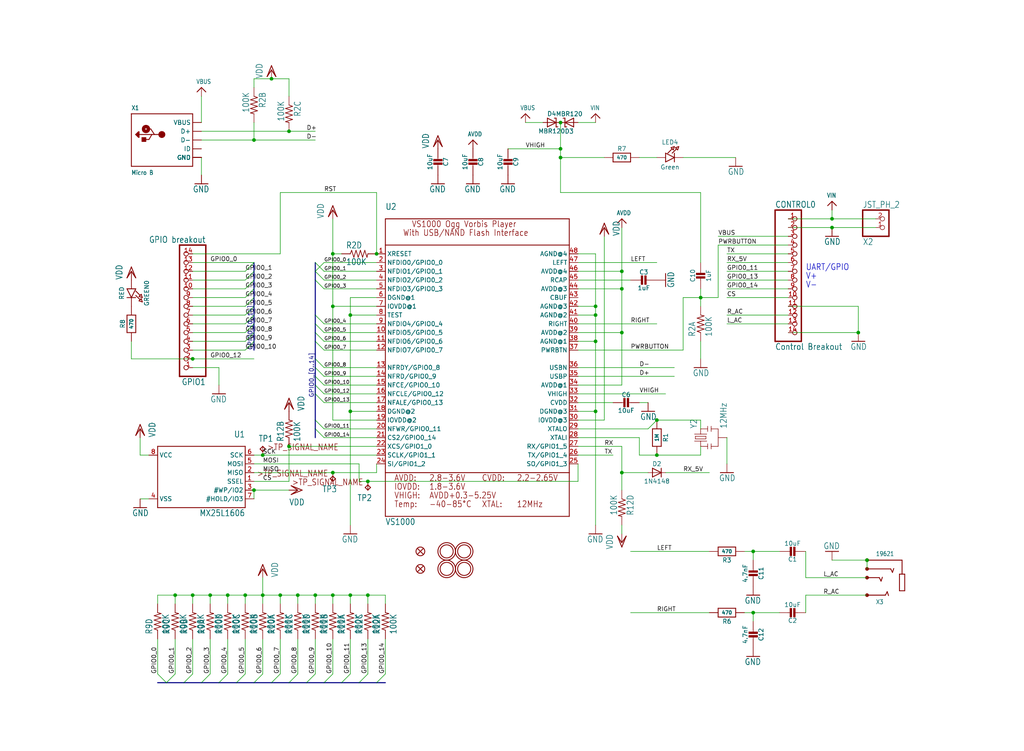
<source format=kicad_sch>
(kicad_sch (version 20211123) (generator eeschema)
  (paper "User" 297.002 217.932)
  (junction (at 172.72 88.9))
  (junction (at 101.6 91.44))
  (junction (at 96.52 172.72))
  (junction (at 81.28 172.72))
  (junction (at 190.5 121.92))
  (junction (at 86.36 172.72))
  (junction (at 91.44 172.72))
  (junction (at 55.88 172.72))
  (junction (at 76.2 132.08))
  (junction (at 180.34 83.82))
  (junction (at 218.44 160.02))
  (junction (at 162.56 35.56))
  (junction (at 96.52 137.16))
  (junction (at 241.3 63.5))
  (junction (at 172.72 119.38))
  (junction (at 162.56 43.18))
  (junction (at 101.6 119.38))
  (junction (at 106.68 172.72))
  (junction (at 71.12 172.72))
  (junction (at 172.72 99.06))
  (junction (at 203.2 86.36))
  (junction (at 190.5 132.08))
  (junction (at 248.92 96.52))
  (junction (at 60.96 172.72))
  (junction (at 218.44 177.8))
  (junction (at 96.52 73.66))
  (junction (at 251.46 162.56))
  (junction (at 73.66 142.24))
  (junction (at 162.56 45.72))
  (junction (at 83.82 38.1))
  (junction (at 241.3 66.04))
  (junction (at 96.52 88.9))
  (junction (at 73.66 40.64))
  (junction (at 101.6 172.72))
  (junction (at 180.34 78.74))
  (junction (at 106.68 139.7))
  (junction (at 109.22 73.66))
  (junction (at 66.04 172.72))
  (junction (at 76.2 172.72))
  (junction (at 172.72 91.44))
  (junction (at 55.88 104.14))
  (junction (at 180.34 137.16))
  (junction (at 83.82 129.54))
  (junction (at 78.74 22.86))
  (junction (at 50.8 172.72))
  (junction (at 180.34 96.52))
  (bus_entry (at 86.36 195.58) (size -2.54 2.54))
  (bus_entry (at 93.98 99.06) (size -2.54 -2.54))
  (bus_entry (at 93.98 124.46) (size -2.54 -2.54))
  (bus_entry (at 93.98 111.76) (size -2.54 -2.54))
  (bus_entry (at 81.28 195.58) (size -2.54 2.54))
  (bus_entry (at 71.12 88.9) (size 2.54 -2.54))
  (bus_entry (at 93.98 101.6) (size -2.54 -2.54))
  (bus_entry (at 60.96 195.58) (size -2.54 2.54))
  (bus_entry (at 71.12 83.82) (size 2.54 -2.54))
  (bus_entry (at 93.98 83.82) (size -2.54 -2.54))
  (bus_entry (at 93.98 81.28) (size -2.54 -2.54))
  (bus_entry (at 93.98 96.52) (size -2.54 -2.54))
  (bus_entry (at 93.98 76.2) (size -2.54 2.54))
  (bus_entry (at 45.72 195.58) (size 2.54 2.54))
  (bus_entry (at 93.98 116.84) (size -2.54 -2.54))
  (bus_entry (at 50.8 195.58) (size -2.54 2.54))
  (bus_entry (at 106.68 195.58) (size -2.54 2.54))
  (bus_entry (at 71.12 99.06) (size 2.54 -2.54))
  (bus_entry (at 91.44 195.58) (size -2.54 2.54))
  (bus_entry (at 93.98 93.98) (size -2.54 -2.54))
  (bus_entry (at 71.12 91.44) (size 2.54 -2.54))
  (bus_entry (at 71.12 81.28) (size 2.54 -2.54))
  (bus_entry (at 76.2 195.58) (size -2.54 2.54))
  (bus_entry (at 71.12 93.98) (size 2.54 -2.54))
  (bus_entry (at 93.98 127) (size -2.54 -2.54))
  (bus_entry (at 93.98 114.3) (size -2.54 -2.54))
  (bus_entry (at 71.12 96.52) (size 2.54 -2.54))
  (bus_entry (at 71.12 78.74) (size 2.54 -2.54))
  (bus_entry (at 71.12 101.6) (size 2.54 -2.54))
  (bus_entry (at 55.88 195.58) (size -2.54 2.54))
  (bus_entry (at 93.98 78.74) (size -2.54 -2.54))
  (bus_entry (at 93.98 109.22) (size -2.54 -2.54))
  (bus_entry (at 96.52 195.58) (size -2.54 2.54))
  (bus_entry (at 93.98 106.68) (size -2.54 -2.54))
  (bus_entry (at 71.12 86.36) (size 2.54 -2.54))
  (bus_entry (at 71.12 195.58) (size -2.54 2.54))
  (bus_entry (at 101.6 195.58) (size -2.54 2.54))
  (bus_entry (at 111.76 195.58) (size -2.54 2.54))
  (bus_entry (at 66.04 195.58) (size -2.54 2.54))
  (wire (pts (xy 96.52 175.26) (xy 96.52 172.72)))
  (bus (pts (xy 104.14 198.12) (xy 109.22 198.12)))
  (wire (pts (xy 248.92 88.9) (xy 248.92 96.52)))
  (wire (pts (xy 254 66.04) (xy 241.3 66.04)))
  (wire (pts (xy 81.28 175.26) (xy 81.28 172.72)))
  (wire (pts (xy 162.56 43.18) (xy 162.56 45.72)))
  (wire (pts (xy 167.64 121.92) (xy 175.26 121.92)))
  (wire (pts (xy 109.22 127) (xy 93.98 127)))
  (bus (pts (xy 91.44 91.44) (xy 91.44 93.98)))
  (wire (pts (xy 86.36 172.72) (xy 91.44 172.72)))
  (bus (pts (xy 73.66 91.44) (xy 73.66 93.98)))
  (wire (pts (xy 109.22 132.08) (xy 76.2 132.08)))
  (wire (pts (xy 175.26 45.72) (xy 162.56 45.72)))
  (wire (pts (xy 109.22 78.74) (xy 93.98 78.74)))
  (bus (pts (xy 73.66 96.52) (xy 73.66 99.06)))
  (wire (pts (xy 76.2 175.26) (xy 76.2 172.72)))
  (wire (pts (xy 167.64 96.52) (xy 180.34 96.52)))
  (wire (pts (xy 167.64 35.56) (xy 172.72 35.56)))
  (wire (pts (xy 167.64 78.74) (xy 180.34 78.74)))
  (wire (pts (xy 45.72 195.58) (xy 45.72 185.42)))
  (wire (pts (xy 172.72 73.66) (xy 172.72 88.9)))
  (bus (pts (xy 53.34 198.12) (xy 58.42 198.12)))
  (bus (pts (xy 91.44 124.46) (xy 91.44 127)))
  (wire (pts (xy 228.6 73.66) (xy 210.82 73.66)))
  (wire (pts (xy 167.64 101.6) (xy 198.12 101.6)))
  (wire (pts (xy 109.22 96.52) (xy 93.98 96.52)))
  (wire (pts (xy 109.22 81.28) (xy 93.98 81.28)))
  (wire (pts (xy 55.88 86.36) (xy 71.12 86.36)))
  (wire (pts (xy 83.82 22.86) (xy 83.82 27.94)))
  (wire (pts (xy 111.76 172.72) (xy 111.76 175.26)))
  (wire (pts (xy 152.4 35.56) (xy 157.48 35.56)))
  (wire (pts (xy 109.22 106.68) (xy 93.98 106.68)))
  (bus (pts (xy 91.44 93.98) (xy 91.44 96.52)))
  (wire (pts (xy 109.22 121.92) (xy 96.52 121.92)))
  (wire (pts (xy 45.72 175.26) (xy 45.72 172.72)))
  (wire (pts (xy 193.04 137.16) (xy 205.74 137.16)))
  (wire (pts (xy 218.44 160.02) (xy 218.44 162.56)))
  (wire (pts (xy 55.88 91.44) (xy 71.12 91.44)))
  (wire (pts (xy 167.64 83.82) (xy 180.34 83.82)))
  (wire (pts (xy 104.14 139.7) (xy 106.68 139.7)))
  (wire (pts (xy 167.64 111.76) (xy 180.34 111.76)))
  (wire (pts (xy 228.6 93.98) (xy 210.82 93.98)))
  (wire (pts (xy 106.68 139.7) (xy 167.64 139.7)))
  (wire (pts (xy 83.82 38.1) (xy 91.44 38.1)))
  (wire (pts (xy 55.88 83.82) (xy 71.12 83.82)))
  (wire (pts (xy 185.42 45.72) (xy 190.5 45.72)))
  (bus (pts (xy 93.98 198.12) (xy 99.06 198.12)))
  (bus (pts (xy 78.74 198.12) (xy 83.82 198.12)))
  (wire (pts (xy 66.04 172.72) (xy 71.12 172.72)))
  (wire (pts (xy 76.2 132.08) (xy 73.66 132.08)))
  (wire (pts (xy 91.44 185.42) (xy 91.44 195.58)))
  (wire (pts (xy 55.88 78.74) (xy 71.12 78.74)))
  (wire (pts (xy 228.6 68.58) (xy 208.28 68.58)))
  (wire (pts (xy 109.22 55.88) (xy 109.22 73.66)))
  (wire (pts (xy 109.22 109.22) (xy 93.98 109.22)))
  (wire (pts (xy 55.88 76.2) (xy 73.66 76.2)))
  (wire (pts (xy 73.66 134.62) (xy 104.14 134.62)))
  (wire (pts (xy 218.44 177.8) (xy 218.44 180.34)))
  (wire (pts (xy 180.34 83.82) (xy 180.34 78.74)))
  (wire (pts (xy 203.2 86.36) (xy 208.28 86.36)))
  (wire (pts (xy 81.28 73.66) (xy 81.28 55.88)))
  (wire (pts (xy 180.34 137.16) (xy 180.34 142.24)))
  (wire (pts (xy 147.32 43.18) (xy 162.56 43.18)))
  (wire (pts (xy 162.56 43.18) (xy 162.56 35.56)))
  (wire (pts (xy 241.3 63.5) (xy 254 63.5)))
  (wire (pts (xy 175.26 121.92) (xy 175.26 68.58)))
  (bus (pts (xy 91.44 104.14) (xy 91.44 106.68)))
  (wire (pts (xy 58.42 38.1) (xy 83.82 38.1)))
  (bus (pts (xy 68.58 198.12) (xy 73.66 198.12)))
  (wire (pts (xy 208.28 86.36) (xy 208.28 71.12)))
  (bus (pts (xy 58.42 198.12) (xy 63.5 198.12)))
  (bus (pts (xy 91.44 109.22) (xy 91.44 111.76)))
  (wire (pts (xy 96.52 137.16) (xy 109.22 137.16)))
  (wire (pts (xy 83.82 129.54) (xy 83.82 139.7)))
  (wire (pts (xy 73.66 22.86) (xy 78.74 22.86)))
  (wire (pts (xy 81.28 195.58) (xy 81.28 185.42)))
  (wire (pts (xy 99.06 73.66) (xy 96.52 73.66)))
  (wire (pts (xy 109.22 83.82) (xy 93.98 83.82)))
  (wire (pts (xy 101.6 172.72) (xy 106.68 172.72)))
  (wire (pts (xy 73.66 142.24) (xy 83.82 142.24)))
  (wire (pts (xy 203.2 55.88) (xy 203.2 76.2)))
  (bus (pts (xy 91.44 96.52) (xy 91.44 99.06)))
  (wire (pts (xy 55.88 101.6) (xy 71.12 101.6)))
  (wire (pts (xy 50.8 175.26) (xy 50.8 172.72)))
  (wire (pts (xy 58.42 50.8) (xy 58.42 45.72)))
  (wire (pts (xy 106.68 195.58) (xy 106.68 185.42)))
  (wire (pts (xy 180.34 78.74) (xy 180.34 66.04)))
  (wire (pts (xy 50.8 172.72) (xy 55.88 172.72)))
  (wire (pts (xy 109.22 129.54) (xy 83.82 129.54)))
  (wire (pts (xy 109.22 137.16) (xy 109.22 134.62)))
  (wire (pts (xy 172.72 91.44) (xy 172.72 99.06)))
  (wire (pts (xy 66.04 175.26) (xy 66.04 172.72)))
  (bus (pts (xy 109.22 198.12) (xy 111.76 198.12)))
  (wire (pts (xy 58.42 27.94) (xy 58.42 35.56)))
  (wire (pts (xy 187.96 137.16) (xy 180.34 137.16)))
  (wire (pts (xy 167.64 109.22) (xy 195.58 109.22)))
  (wire (pts (xy 109.22 86.36) (xy 101.6 86.36)))
  (wire (pts (xy 233.68 172.72) (xy 251.46 172.72)))
  (wire (pts (xy 40.64 132.08) (xy 43.18 132.08)))
  (wire (pts (xy 38.1 99.06) (xy 38.1 104.14)))
  (wire (pts (xy 182.88 177.8) (xy 205.74 177.8)))
  (wire (pts (xy 228.6 81.28) (xy 210.82 81.28)))
  (wire (pts (xy 210.82 83.82) (xy 228.6 83.82)))
  (wire (pts (xy 228.6 63.5) (xy 241.3 63.5)))
  (wire (pts (xy 55.88 104.14) (xy 73.66 104.14)))
  (wire (pts (xy 210.82 127) (xy 210.82 134.62)))
  (wire (pts (xy 180.34 111.76) (xy 180.34 96.52)))
  (bus (pts (xy 91.44 76.2) (xy 91.44 78.74)))
  (wire (pts (xy 40.64 144.78) (xy 43.18 144.78)))
  (wire (pts (xy 182.88 160.02) (xy 205.74 160.02)))
  (wire (pts (xy 198.12 45.72) (xy 213.36 45.72)))
  (bus (pts (xy 73.66 76.2) (xy 73.66 78.74)))
  (wire (pts (xy 76.2 195.58) (xy 76.2 185.42)))
  (wire (pts (xy 106.68 175.26) (xy 106.68 172.72)))
  (wire (pts (xy 228.6 86.36) (xy 210.82 86.36)))
  (bus (pts (xy 73.66 81.28) (xy 73.66 83.82)))
  (wire (pts (xy 55.88 175.26) (xy 55.88 172.72)))
  (wire (pts (xy 251.46 165.1) (xy 251.46 162.56)))
  (wire (pts (xy 55.88 106.68) (xy 63.5 106.68)))
  (wire (pts (xy 172.72 99.06) (xy 172.72 119.38)))
  (wire (pts (xy 215.9 160.02) (xy 218.44 160.02)))
  (wire (pts (xy 172.72 88.9) (xy 167.64 88.9)))
  (wire (pts (xy 228.6 88.9) (xy 248.92 88.9)))
  (wire (pts (xy 81.28 55.88) (xy 109.22 55.88)))
  (wire (pts (xy 210.82 78.74) (xy 228.6 78.74)))
  (wire (pts (xy 38.1 104.14) (xy 55.88 104.14)))
  (wire (pts (xy 111.76 195.58) (xy 111.76 185.42)))
  (bus (pts (xy 91.44 99.06) (xy 91.44 104.14)))
  (wire (pts (xy 233.68 177.8) (xy 233.68 172.72)))
  (wire (pts (xy 180.34 152.4) (xy 180.34 154.94)))
  (wire (pts (xy 55.88 99.06) (xy 71.12 99.06)))
  (wire (pts (xy 109.22 93.98) (xy 93.98 93.98)))
  (wire (pts (xy 55.88 88.9) (xy 71.12 88.9)))
  (wire (pts (xy 198.12 101.6) (xy 198.12 86.36)))
  (wire (pts (xy 167.64 124.46) (xy 187.96 124.46)))
  (wire (pts (xy 71.12 175.26) (xy 71.12 172.72)))
  (wire (pts (xy 172.72 88.9) (xy 172.72 91.44)))
  (bus (pts (xy 91.44 78.74) (xy 91.44 81.28)))
  (wire (pts (xy 233.68 160.02) (xy 233.68 167.64)))
  (wire (pts (xy 109.22 124.46) (xy 93.98 124.46)))
  (wire (pts (xy 71.12 172.72) (xy 76.2 172.72)))
  (wire (pts (xy 167.64 114.3) (xy 193.04 114.3)))
  (wire (pts (xy 208.28 71.12) (xy 228.6 71.12)))
  (bus (pts (xy 73.66 83.82) (xy 73.66 86.36)))
  (wire (pts (xy 83.82 139.7) (xy 73.66 139.7)))
  (wire (pts (xy 251.46 167.64) (xy 233.68 167.64)))
  (wire (pts (xy 241.3 63.5) (xy 241.3 60.96)))
  (wire (pts (xy 167.64 73.66) (xy 172.72 73.66)))
  (wire (pts (xy 60.96 175.26) (xy 60.96 172.72)))
  (bus (pts (xy 73.66 78.74) (xy 73.66 81.28)))
  (wire (pts (xy 40.64 127) (xy 40.64 132.08)))
  (wire (pts (xy 55.88 195.58) (xy 55.88 185.42)))
  (wire (pts (xy 215.9 177.8) (xy 218.44 177.8)))
  (wire (pts (xy 45.72 172.72) (xy 50.8 172.72)))
  (wire (pts (xy 55.88 81.28) (xy 71.12 81.28)))
  (wire (pts (xy 167.64 93.98) (xy 190.5 93.98)))
  (wire (pts (xy 167.64 116.84) (xy 177.8 116.84)))
  (wire (pts (xy 203.2 104.14) (xy 203.2 99.06)))
  (bus (pts (xy 83.82 198.12) (xy 88.9 198.12)))
  (bus (pts (xy 45.72 198.12) (xy 48.26 198.12)))
  (wire (pts (xy 167.64 76.2) (xy 190.5 76.2)))
  (wire (pts (xy 167.64 91.44) (xy 172.72 91.44)))
  (bus (pts (xy 88.9 198.12) (xy 93.98 198.12)))
  (wire (pts (xy 109.22 88.9) (xy 96.52 88.9)))
  (bus (pts (xy 91.44 111.76) (xy 91.44 114.3)))
  (wire (pts (xy 185.42 116.84) (xy 187.96 116.84)))
  (wire (pts (xy 190.5 132.08) (xy 185.42 132.08)))
  (wire (pts (xy 228.6 76.2) (xy 210.82 76.2)))
  (bus (pts (xy 48.26 198.12) (xy 53.34 198.12)))
  (wire (pts (xy 203.2 132.08) (xy 190.5 132.08)))
  (wire (pts (xy 162.56 55.88) (xy 203.2 55.88)))
  (wire (pts (xy 73.66 25.4) (xy 73.66 22.86)))
  (wire (pts (xy 66.04 195.58) (xy 66.04 185.42)))
  (wire (pts (xy 76.2 167.64) (xy 76.2 172.72)))
  (wire (pts (xy 86.36 175.26) (xy 86.36 172.72)))
  (wire (pts (xy 91.44 40.64) (xy 73.66 40.64)))
  (wire (pts (xy 76.2 172.72) (xy 81.28 172.72)))
  (wire (pts (xy 172.72 119.38) (xy 172.72 152.4)))
  (wire (pts (xy 167.64 139.7) (xy 167.64 134.62)))
  (wire (pts (xy 73.66 142.24) (xy 73.66 144.78)))
  (wire (pts (xy 180.34 96.52) (xy 180.34 83.82)))
  (bus (pts (xy 91.44 121.92) (xy 91.44 124.46)))
  (wire (pts (xy 63.5 106.68) (xy 63.5 111.76)))
  (wire (pts (xy 78.74 22.86) (xy 83.82 22.86)))
  (wire (pts (xy 81.28 172.72) (xy 86.36 172.72)))
  (wire (pts (xy 109.22 91.44) (xy 101.6 91.44)))
  (wire (pts (xy 251.46 162.56) (xy 241.3 162.56)))
  (wire (pts (xy 241.3 66.04) (xy 228.6 66.04)))
  (wire (pts (xy 109.22 116.84) (xy 93.98 116.84)))
  (bus (pts (xy 99.06 198.12) (xy 104.14 198.12)))
  (wire (pts (xy 101.6 91.44) (xy 101.6 119.38)))
  (wire (pts (xy 109.22 119.38) (xy 101.6 119.38)))
  (wire (pts (xy 55.88 73.66) (xy 81.28 73.66)))
  (wire (pts (xy 60.96 172.72) (xy 66.04 172.72)))
  (wire (pts (xy 203.2 121.92) (xy 203.2 124.46)))
  (wire (pts (xy 96.52 121.92) (xy 96.52 88.9)))
  (wire (pts (xy 203.2 129.54) (xy 203.2 132.08)))
  (wire (pts (xy 248.92 96.52) (xy 228.6 96.52)))
  (bus (pts (xy 91.44 106.68) (xy 91.44 109.22)))
  (wire (pts (xy 109.22 111.76) (xy 93.98 111.76)))
  (wire (pts (xy 185.42 132.08) (xy 185.42 127)))
  (wire (pts (xy 71.12 195.58) (xy 71.12 185.42)))
  (wire (pts (xy 101.6 86.36) (xy 101.6 91.44)))
  (wire (pts (xy 187.96 124.46) (xy 190.5 121.92)))
  (wire (pts (xy 55.88 96.52) (xy 71.12 96.52)))
  (wire (pts (xy 91.44 172.72) (xy 96.52 172.72)))
  (wire (pts (xy 96.52 185.42) (xy 96.52 195.58)))
  (wire (pts (xy 167.64 119.38) (xy 172.72 119.38)))
  (bus (pts (xy 73.66 99.06) (xy 73.66 101.6)))
  (wire (pts (xy 73.66 137.16) (xy 96.52 137.16)))
  (wire (pts (xy 96.52 88.9) (xy 96.52 73.66)))
  (wire (pts (xy 167.64 99.06) (xy 172.72 99.06)))
  (wire (pts (xy 109.22 101.6) (xy 93.98 101.6)))
  (bus (pts (xy 73.66 198.12) (xy 78.74 198.12)))
  (wire (pts (xy 109.22 76.2) (xy 93.98 76.2)))
  (wire (pts (xy 185.42 127) (xy 167.64 127)))
  (wire (pts (xy 109.22 99.06) (xy 93.98 99.06)))
  (wire (pts (xy 228.6 91.44) (xy 210.82 91.44)))
  (wire (pts (xy 167.64 129.54) (xy 180.34 129.54)))
  (wire (pts (xy 218.44 177.8) (xy 226.06 177.8)))
  (wire (pts (xy 96.52 172.72) (xy 101.6 172.72)))
  (wire (pts (xy 198.12 86.36) (xy 203.2 86.36)))
  (wire (pts (xy 101.6 119.38) (xy 101.6 152.4)))
  (wire (pts (xy 101.6 185.42) (xy 101.6 195.58)))
  (wire (pts (xy 203.2 83.82) (xy 203.2 86.36)))
  (bus (pts (xy 73.66 93.98) (xy 73.66 96.52)))
  (wire (pts (xy 91.44 175.26) (xy 91.44 172.72)))
  (bus (pts (xy 91.44 114.3) (xy 91.44 121.92)))
  (wire (pts (xy 55.88 172.72) (xy 60.96 172.72)))
  (wire (pts (xy 162.56 45.72) (xy 162.56 55.88)))
  (bus (pts (xy 91.44 81.28) (xy 91.44 91.44)))
  (wire (pts (xy 104.14 134.62) (xy 104.14 139.7)))
  (wire (pts (xy 106.68 172.72) (xy 111.76 172.72)))
  (bus (pts (xy 73.66 86.36) (xy 73.66 88.9)))
  (wire (pts (xy 96.52 73.66) (xy 96.52 63.5)))
  (wire (pts (xy 86.36 185.42) (xy 86.36 195.58)))
  (wire (pts (xy 167.64 81.28) (xy 182.88 81.28)))
  (wire (pts (xy 101.6 175.26) (xy 101.6 172.72)))
  (wire (pts (xy 167.64 132.08) (xy 177.8 132.08)))
  (wire (pts (xy 50.8 195.58) (xy 50.8 185.42)))
  (wire (pts (xy 203.2 86.36) (xy 203.2 88.9)))
  (wire (pts (xy 180.34 129.54) (xy 180.34 137.16)))
  (wire (pts (xy 167.64 106.68) (xy 195.58 106.68)))
  (bus (pts (xy 63.5 198.12) (xy 68.58 198.12)))
  (bus (pts (xy 73.66 88.9) (xy 73.66 91.44)))
  (wire (pts (xy 55.88 93.98) (xy 71.12 93.98)))
  (wire (pts (xy 218.44 160.02) (xy 226.06 160.02)))
  (wire (pts (xy 109.22 114.3) (xy 93.98 114.3)))
  (wire (pts (xy 73.66 35.56) (xy 73.66 40.64)))
  (wire (pts (xy 73.66 40.64) (xy 58.42 40.64)))
  (wire (pts (xy 60.96 195.58) (xy 60.96 185.42)))
  (wire (pts (xy 190.5 121.92) (xy 203.2 121.92)))
  (text "UART/GPIO" (at 233.68 78.74 180) (effects (font (size 1.778 1.5113)) (justify left bottom)))
  (text "V-" (at 233.68 83.82 180) (effects (font (size 1.778 1.5113)) (justify left bottom)))
  (text "V+" (at 233.68 81.28 180) (effects (font (size 1.778 1.5113)) (justify left bottom)))
  (label "GPIO0_0" (at 45.72 195.58 90) (effects (font (size 1.2446 1.2446))))
  (label "RX_5V" (at 210.82 76.2 0) (effects (font (size 1.2446 1.2446))))
  (label "GPIO0_9" (at 91.44 195.58 90) (effects (font (size 1.2446 1.2446))))
  (label "GPIO0_3" (at 93.98 83.82 0) (effects (font (size 1.016 1.016))))
  (label "RX_5V" (at 198.12 137.16 0) (effects (font (size 1.2446 1.2446))))
  (label "PWRBUTTON" (at 182.88 101.6 0) (effects (font (size 1.2446 1.2446))))
  (label "GPIO0_14" (at 93.98 127 0) (effects (font (size 1.016 1.016))))
  (label "GPIO0_12" (at 60.96 104.14 0) (effects (font (size 1.2446 1.2446))))
  (label "GPIO0_14" (at 210.82 83.82 0) (effects (font (size 1.2446 1.2446))))
  (label "GPIO0_4" (at 66.04 195.58 90) (effects (font (size 1.2446 1.2446))))
  (label "GPIO0_11" (at 210.82 78.74 0) (effects (font (size 1.2446 1.2446))))
  (label "GPIO0_3" (at 60.96 195.58 90) (effects (font (size 1.2446 1.2446))))
  (label "D-" (at 185.42 106.68 0) (effects (font (size 1.2446 1.2446))))
  (label "VHIGH" (at 152.4 43.18 0) (effects (font (size 1.2446 1.2446))))
  (label "VBUS" (at 208.28 68.58 0) (effects (font (size 1.2446 1.2446))))
  (label "GPIO0_8" (at 86.36 195.58 90) (effects (font (size 1.2446 1.2446))))
  (label "R_AC" (at 238.76 172.72 0) (effects (font (size 1.2446 1.2446))))
  (label "TX" (at 210.82 73.66 0) (effects (font (size 1.2446 1.2446))))
  (label "GPIO0_10" (at 93.98 111.76 0) (effects (font (size 1.016 1.016))))
  (label "GPIO0_11" (at 93.98 124.46 0) (effects (font (size 1.016 1.016))))
  (label "GPIO0_6" (at 93.98 99.06 0) (effects (font (size 1.016 1.016))))
  (label "D+" (at 88.9 38.1 0) (effects (font (size 1.2446 1.2446))))
  (label "GPIO0_1" (at 93.98 78.74 0) (effects (font (size 1.016 1.016))))
  (label "GPIO0_10" (at 96.52 195.58 90) (effects (font (size 1.2446 1.2446))))
  (label "GPIO0_8" (at 71.12 96.52 0) (effects (font (size 1.2446 1.2446))))
  (label "GPIO0_1" (at 50.8 195.58 90) (effects (font (size 1.2446 1.2446))))
  (label "PWRBUTTON" (at 208.28 71.12 0) (effects (font (size 1.2446 1.2446))))
  (label "RIGHT" (at 190.5 177.8 0) (effects (font (size 1.2446 1.2446))))
  (label "GPIO0_0" (at 93.98 76.2 0) (effects (font (size 1.016 1.016))))
  (label "L_AC" (at 210.82 93.98 0) (effects (font (size 1.2446 1.2446))))
  (label "GPIO0_2" (at 55.88 195.58 90) (effects (font (size 1.2446 1.2446))))
  (label "GPIO0_6" (at 71.12 91.44 0) (effects (font (size 1.2446 1.2446))))
  (label "GPIO0_11" (at 101.6 195.58 90) (effects (font (size 1.2446 1.2446))))
  (label "GPIO0_4" (at 71.12 86.36 0) (effects (font (size 1.2446 1.2446))))
  (label "GPIO0_10" (at 71.12 101.6 0) (effects (font (size 1.2446 1.2446))))
  (label "GPIO0_0" (at 60.96 76.2 0) (effects (font (size 1.2446 1.2446))))
  (label "GPIO0_5" (at 71.12 195.58 90) (effects (font (size 1.2446 1.2446))))
  (label "GPIO0_14" (at 111.76 195.58 90) (effects (font (size 1.2446 1.2446))))
  (label "GPIO0_7" (at 71.12 93.98 0) (effects (font (size 1.2446 1.2446))))
  (label "GPIO0_12" (at 93.98 114.3 0) (effects (font (size 1.016 1.016))))
  (label "GPIO0_6" (at 76.2 195.58 90) (effects (font (size 1.2446 1.2446))))
  (label "SCK" (at 76.2 132.08 0) (effects (font (size 1.2446 1.2446))))
  (label "GPIO0_9" (at 93.98 109.22 0) (effects (font (size 1.016 1.016))))
  (label "RIGHT" (at 182.88 93.98 0) (effects (font (size 1.2446 1.2446))))
  (label "GPIO0_13" (at 93.98 116.84 0) (effects (font (size 1.016 1.016))))
  (label "GPIO0_3" (at 71.12 83.82 0) (effects (font (size 1.2446 1.2446))))
  (label "GPIO0_2" (at 71.12 81.28 0) (effects (font (size 1.2446 1.2446))))
  (label "TX" (at 175.26 132.08 0) (effects (font (size 1.2446 1.2446))))
  (label "GPIO0_1" (at 71.12 78.74 0) (effects (font (size 1.2446 1.2446))))
  (label "LEFT" (at 182.88 76.2 0) (effects (font (size 1.2446 1.2446))))
  (label "GPIO0_7" (at 93.98 101.6 0) (effects (font (size 1.016 1.016))))
  (label "GPIO0_[0..14]" (at 91.44 102.235 270) (effects (font (size 1.2446 1.2446))))
  (label "GPIO0_13" (at 106.68 195.58 90) (effects (font (size 1.2446 1.2446))))
  (label "L_AC" (at 238.76 167.64 0) (effects (font (size 1.2446 1.2446))))
  (label "GPIO0_9" (at 71.12 99.06 0) (effects (font (size 1.2446 1.2446))))
  (label "RX" (at 175.26 129.54 0) (effects (font (size 1.2446 1.2446))))
  (label "GPIO0_13" (at 210.82 81.28 0) (effects (font (size 1.2446 1.2446))))
  (label "LEFT" (at 190.5 160.02 0) (effects (font (size 1.2446 1.2446))))
  (label "GPIO0_4" (at 93.98 93.98 0) (effects (font (size 1.016 1.016))))
  (label "GPIO0_2" (at 93.98 81.28 0) (effects (font (size 1.016 1.016))))
  (label "RST" (at 93.98 55.88 0) (effects (font (size 1.2446 1.2446))))
  (label "GPIO0_5" (at 71.12 88.9 0) (effects (font (size 1.2446 1.2446))))
  (label "D-" (at 88.9 40.64 0) (effects (font (size 1.2446 1.2446))))
  (label "R_AC" (at 210.82 91.44 0) (effects (font (size 1.2446 1.2446))))
  (label "MOSI" (at 76.2 134.62 0) (effects (font (size 1.2446 1.2446))))
  (label "GPIO0_7" (at 81.28 195.58 90) (effects (font (size 1.2446 1.2446))))
  (label "D+" (at 185.42 109.22 0) (effects (font (size 1.2446 1.2446))))
  (label "CS" (at 210.82 86.36 0) (effects (font (size 1.2446 1.2446))))
  (label "GPIO0_[0..14]" (at 73.66 101.6 90) (effects (font (size 1.2446 1.2446))))
  (label "MISO" (at 76.2 137.16 0) (effects (font (size 1.2446 1.2446))))
  (label "VHIGH" (at 185.42 114.3 0) (effects (font (size 1.2446 1.2446))))
  (label "GPIO0_5" (at 93.98 96.52 0) (effects (font (size 1.016 1.016))))
  (label "CS" (at 76.2 139.7 0) (effects (font (size 1.2446 1.2446))))
  (label "GPIO0_8" (at 93.98 106.68 0) (effects (font (size 1.016 1.016))))
  (symbol (lib_id "schematicEagle-eagle-import:CAP_CERAMIC0805_10MGAP") (at 127 45.72 180) (unit 1)
    (property "Reference" "C7" (at 129.29 46.97 90))
    (property "Value" "10uF" (at 124.7 46.97 90))
    (property "Footprint" "schematicEagle:0805_10MGAP" (effects hide))
  )
  (symbol (lib_id "schematicEagle-eagle-import:CAP_CERAMIC0805-NOOUTLINE") (at 218.44 185.42 0) (mirror y) (unit 1)
    (property "Reference" "C12" (at 220.73 184.17 90))
    (property "Value" "4.7nF" (at 216.14 184.17 90))
    (property "Footprint" "schematicEagle:0805-NO" (effects hide))
  )
  (symbol (lib_id "schematicEagle-eagle-import:RESISTOR0805_NOOUTLINE") (at 210.82 160.02 0) (mirror x) (unit 1)
    (property "Reference" "R3" (at 210.82 162.56 0))
    (property "Value" "470" (at 210.82 160.02 0) (effects (font (size 1.016 1.016) bold)))
    (property "Footprint" "schematicEagle:0805-NO" (effects hide))
  )
  (symbol (lib_id "schematicEagle-eagle-import:RESONATORSMD") (at 203.2 127 90) (unit 1)
    (property "Reference" "Y2" (at 202.184 124.46 0) (effects (font (size 1.778 1.5113)) (justify left bottom)))
    (property "Value" "12MHz" (at 210.82 124.46 0) (effects (font (size 1.778 1.5113)) (justify left bottom)))
    (property "Footprint" "schematicEagle:RESONATOR-SMD" (effects hide))
  )
  (symbol (lib_id "schematicEagle-eagle-import:VDD") (at 83.82 116.84 0) (mirror y) (unit 1)
    (property "Reference" "#VDD4" (effects hide))
    (property "Value" "VDD" (at 86.36 119.38 90) (effects (font (size 1.778 1.5113)) (justify left bottom)))
    (property "Footprint" "schematicEagle:" (effects hide))
  )
  (symbol (lib_id "schematicEagle-eagle-import:FIDUCIAL{dblquote}{dblquote}") (at 121.92 160.02 0) (unit 1)
    (property "Reference" "FID2" (effects hide))
    (property "Value" "FIDUCIAL{dblquote}{dblquote}" (effects hide))
    (property "Footprint" "schematicEagle:FIDUCIAL_1MM" (effects hide))
  )
  (symbol (lib_id "schematicEagle-eagle-import:DIODE-SCHOTTKYSOD-123") (at 165.1 35.56 180) (unit 1)
    (property "Reference" "D3" (at 165.1 38.1 0))
    (property "Value" "MBR120" (at 165.1 33.06 0))
    (property "Footprint" "schematicEagle:SOD-123" (effects hide))
  )
  (symbol (lib_id "schematicEagle-eagle-import:VDD") (at 78.74 20.32 0) (unit 1)
    (property "Reference" "#VDD7" (effects hide))
    (property "Value" "VDD" (at 76.2 22.86 90) (effects (font (size 1.778 1.5113)) (justify left bottom)))
    (property "Footprint" "schematicEagle:" (effects hide))
  )
  (symbol (lib_id "schematicEagle-eagle-import:VS1000") (at 139.7 104.14 0) (unit 1)
    (property "Reference" "U2" (at 111.76 60.96 0) (effects (font (size 1.778 1.5113)) (justify left bottom)))
    (property "Value" "VS1000" (at 111.76 152.4 0) (effects (font (size 1.778 1.5113)) (justify left bottom)))
    (property "Footprint" "schematicEagle:LQFP48" (effects hide))
  )
  (symbol (lib_id "schematicEagle-eagle-import:GND") (at 147.32 53.34 0) (unit 1)
    (property "Reference" "#GND10" (effects hide))
    (property "Value" "GND" (at 144.78 55.88 0) (effects (font (size 1.778 1.5113)) (justify left bottom)))
    (property "Footprint" "schematicEagle:" (effects hide))
  )
  (symbol (lib_id "schematicEagle-eagle-import:RESISTOR_4PACK_US") (at 91.44 180.34 90) (unit 4)
    (property "Reference" "R11" (at 89.9414 184.15 0) (effects (font (size 1.778 1.5113)) (justify left bottom)))
    (property "Value" "100K" (at 94.742 184.15 0) (effects (font (size 1.778 1.5113)) (justify left bottom)))
    (property "Footprint" "schematicEagle:RESPACK_4X0603" (effects hide))
  )
  (symbol (lib_id "schematicEagle-eagle-import:CAP_CERAMIC0805-NOOUTLINE") (at 228.6 160.02 270) (mirror x) (unit 1)
    (property "Reference" "C1" (at 229.85 162.31 90))
    (property "Value" "10uF" (at 229.85 157.72 90))
    (property "Footprint" "schematicEagle:0805-NO" (effects hide))
  )
  (symbol (lib_id "schematicEagle-eagle-import:RESISTOR_4PACK_US") (at 106.68 180.34 90) (unit 3)
    (property "Reference" "R12" (at 105.1814 184.15 0) (effects (font (size 1.778 1.5113)) (justify left bottom)))
    (property "Value" "100K" (at 109.982 184.15 0) (effects (font (size 1.778 1.5113)) (justify left bottom)))
    (property "Footprint" "schematicEagle:RESPACK_4X0603" (effects hide))
  )
  (symbol (lib_id "schematicEagle-eagle-import:GND") (at 203.2 106.68 0) (mirror y) (unit 1)
    (property "Reference" "#GND15" (effects hide))
    (property "Value" "GND" (at 205.74 109.22 0) (effects (font (size 1.778 1.5113)) (justify left bottom)))
    (property "Footprint" "schematicEagle:" (effects hide))
  )
  (symbol (lib_id "schematicEagle-eagle-import:RESISTOR_4PACK_US") (at 50.8 180.34 90) (unit 3)
    (property "Reference" "R9" (at 49.3014 184.15 0) (effects (font (size 1.778 1.5113)) (justify left bottom)))
    (property "Value" "100K" (at 54.102 184.15 0) (effects (font (size 1.778 1.5113)) (justify left bottom)))
    (property "Footprint" "schematicEagle:RESPACK_4X0603" (effects hide))
  )
  (symbol (lib_id "schematicEagle-eagle-import:VIN") (at 172.72 33.02 0) (unit 1)
    (property "Reference" "#U$2" (effects hide))
    (property "Value" "VIN" (at 171.196 32.004 0) (effects (font (size 1.27 1.0795)) (justify left bottom)))
    (property "Footprint" "schematicEagle:" (effects hide))
  )
  (symbol (lib_id "schematicEagle-eagle-import:GND") (at 213.36 48.26 0) (mirror y) (unit 1)
    (property "Reference" "#GND18" (effects hide))
    (property "Value" "GND" (at 215.9 50.8 0) (effects (font (size 1.778 1.5113)) (justify left bottom)))
    (property "Footprint" "schematicEagle:" (effects hide))
  )
  (symbol (lib_id "schematicEagle-eagle-import:LED0805_NOOUTLINE") (at 38.1 86.36 270) (unit 1)
    (property "Reference" "GREEN0" (at 42.545 85.09 0))
    (property "Value" "RED" (at 35.306 85.09 0))
    (property "Footprint" "schematicEagle:CHIPLED_0805_NOOUTLINE" (effects hide))
  )
  (symbol (lib_id "schematicEagle-eagle-import:CON_JST_PH_2PIN") (at 256.54 63.5 0) (mirror x) (unit 1)
    (property "Reference" "X2" (at 250.19 69.215 0) (effects (font (size 1.778 1.5113)) (justify left bottom)))
    (property "Value" "JST_PH_2" (at 250.19 58.42 0) (effects (font (size 1.778 1.5113)) (justify left bottom)))
    (property "Footprint" "schematicEagle:JSTPH2" (effects hide))
  )
  (symbol (lib_id "schematicEagle-eagle-import:LED0805_NOOUTLINE") (at 195.58 45.72 0) (unit 1)
    (property "Reference" "LED4" (at 194.31 41.275 0))
    (property "Value" "Green" (at 194.31 48.514 0))
    (property "Footprint" "schematicEagle:CHIPLED_0805_NOOUTLINE" (effects hide))
  )
  (symbol (lib_id "schematicEagle-eagle-import:RESISTOR_4PACK_US") (at 76.2 180.34 90) (unit 2)
    (property "Reference" "R10" (at 74.7014 184.15 0) (effects (font (size 1.778 1.5113)) (justify left bottom)))
    (property "Value" "100K" (at 79.502 184.15 0) (effects (font (size 1.778 1.5113)) (justify left bottom)))
    (property "Footprint" "schematicEagle:RESPACK_4X0603" (effects hide))
  )
  (symbol (lib_id "schematicEagle-eagle-import:GND") (at 127 53.34 0) (unit 1)
    (property "Reference" "#GND8" (effects hide))
    (property "Value" "GND" (at 124.46 55.88 0) (effects (font (size 1.778 1.5113)) (justify left bottom)))
    (property "Footprint" "schematicEagle:" (effects hide))
  )
  (symbol (lib_id "schematicEagle-eagle-import:RESISTOR_4PACK_US") (at 45.72 180.34 90) (unit 4)
    (property "Reference" "R9" (at 44.2214 184.15 0) (effects (font (size 1.778 1.5113)) (justify left bottom)))
    (property "Value" "100K" (at 49.022 184.15 0) (effects (font (size 1.778 1.5113)) (justify left bottom)))
    (property "Footprint" "schematicEagle:RESPACK_4X0603" (effects hide))
  )
  (symbol (lib_id "schematicEagle-eagle-import:VDD") (at 86.36 142.24 270) (mirror x) (unit 1)
    (property "Reference" "#VDD8" (effects hide))
    (property "Value" "VDD" (at 83.82 144.78 90) (effects (font (size 1.778 1.5113)) (justify left bottom)))
    (property "Footprint" "schematicEagle:" (effects hide))
  )
  (symbol (lib_id "schematicEagle-eagle-import:GND") (at 241.3 68.58 0) (mirror y) (unit 1)
    (property "Reference" "#GND6" (effects hide))
    (property "Value" "GND" (at 243.84 71.12 0) (effects (font (size 1.778 1.5113)) (justify left bottom)))
    (property "Footprint" "schematicEagle:" (effects hide))
  )
  (symbol (lib_id "schematicEagle-eagle-import:CAP_CERAMIC0805-NOOUTLINE") (at 147.32 45.72 180) (unit 1)
    (property "Reference" "C9" (at 149.61 46.97 90))
    (property "Value" "10uF" (at 145.02 46.97 90))
    (property "Footprint" "schematicEagle:0805-NO" (effects hide))
  )
  (symbol (lib_id "schematicEagle-eagle-import:VDD") (at 38.1 78.74 0) (unit 1)
    (property "Reference" "#VDD9" (effects hide))
    (property "Value" "VDD" (at 35.56 81.28 90) (effects (font (size 1.778 1.5113)) (justify left bottom)))
    (property "Footprint" "schematicEagle:" (effects hide))
  )
  (symbol (lib_id "schematicEagle-eagle-import:FIDUCIAL{dblquote}{dblquote}") (at 121.92 165.1 0) (unit 1)
    (property "Reference" "FID1" (effects hide))
    (property "Value" "FIDUCIAL{dblquote}{dblquote}" (effects hide))
    (property "Footprint" "schematicEagle:FIDUCIAL_1MM" (effects hide))
  )
  (symbol (lib_id "schematicEagle-eagle-import:CAP_CERAMIC0805-NOOUTLINE") (at 137.16 45.72 180) (unit 1)
    (property "Reference" "C8" (at 139.45 46.97 90))
    (property "Value" "10uF" (at 134.86 46.97 90))
    (property "Footprint" "schematicEagle:0805-NO" (effects hide))
  )
  (symbol (lib_id "schematicEagle-eagle-import:VDD") (at 180.34 157.48 0) (mirror x) (unit 1)
    (property "Reference" "#VDD3" (effects hide))
    (property "Value" "VDD" (at 177.8 154.94 90) (effects (font (size 1.778 1.5113)) (justify left bottom)))
    (property "Footprint" "schematicEagle:" (effects hide))
  )
  (symbol (lib_id "schematicEagle-eagle-import:GND") (at 241.3 160.02 0) (mirror x) (unit 1)
    (property "Reference" "#GND16" (effects hide))
    (property "Value" "GND" (at 238.76 157.48 0) (effects (font (size 1.778 1.5113)) (justify left bottom)))
    (property "Footprint" "schematicEagle:" (effects hide))
  )
  (symbol (lib_id "schematicEagle-eagle-import:VDD") (at 76.2 165.1 0) (mirror y) (unit 1)
    (property "Reference" "#VDD10" (effects hide))
    (property "Value" "VDD" (at 78.74 167.64 90) (effects (font (size 1.778 1.5113)) (justify left bottom)))
    (property "Footprint" "schematicEagle:" (effects hide))
  )
  (symbol (lib_id "schematicEagle-eagle-import:RESISTOR0805_NOOUTLINE") (at 180.34 45.72 0) (mirror y) (unit 1)
    (property "Reference" "R7" (at 180.34 43.18 0))
    (property "Value" "470" (at 180.34 45.72 0) (effects (font (size 1.016 1.016) bold)))
    (property "Footprint" "schematicEagle:0805-NO" (effects hide))
  )
  (symbol (lib_id "schematicEagle-eagle-import:RESISTOR_4PACK_US") (at 104.14 73.66 0) (unit 4)
    (property "Reference" "R2" (at 100.33 72.1614 0) (effects (font (size 1.778 1.5113)) (justify left bottom)))
    (property "Value" "100K" (at 100.33 76.962 0) (effects (font (size 1.778 1.5113)) (justify left bottom)))
    (property "Footprint" "schematicEagle:RESPACK_4X0603" (effects hide))
  )
  (symbol (lib_id "schematicEagle-eagle-import:VBUS") (at 152.4 33.02 0) (unit 1)
    (property "Reference" "#U$10" (effects hide))
    (property "Value" "VBUS" (at 150.876 32.004 0) (effects (font (size 1.27 1.0795)) (justify left bottom)))
    (property "Footprint" "schematicEagle:" (effects hide))
  )
  (symbol (lib_id "schematicEagle-eagle-import:RESISTOR_4PACK_US") (at 66.04 180.34 90) (unit 4)
    (property "Reference" "R10" (at 64.5414 184.15 0) (effects (font (size 1.778 1.5113)) (justify left bottom)))
    (property "Value" "100K" (at 69.342 184.15 0) (effects (font (size 1.778 1.5113)) (justify left bottom)))
    (property "Footprint" "schematicEagle:RESPACK_4X0603" (effects hide))
  )
  (symbol (lib_id "schematicEagle-eagle-import:AVDD") (at 180.34 63.5 0) (unit 1)
    (property "Reference" "#U$1" (effects hide))
    (property "Value" "AVDD" (at 178.816 62.484 0) (effects (font (size 1.27 1.0795)) (justify left bottom)))
    (property "Footprint" "schematicEagle:" (effects hide))
  )
  (symbol (lib_id "schematicEagle-eagle-import:RESISTOR0805_NOOUTLINE") (at 190.5 127 270) (mirror x) (unit 1)
    (property "Reference" "R1" (at 193.04 127 0))
    (property "Value" "1M" (at 190.5 127 0) (effects (font (size 1.016 1.016) bold)))
    (property "Footprint" "schematicEagle:0805-NO" (effects hide))
  )
  (symbol (lib_id "schematicEagle-eagle-import:GND") (at 40.64 147.32 0) (mirror y) (unit 1)
    (property "Reference" "#GND4" (effects hide))
    (property "Value" "GND" (at 43.18 149.86 0) (effects (font (size 1.778 1.5113)) (justify left bottom)))
    (property "Footprint" "schematicEagle:" (effects hide))
  )
  (symbol (lib_id "schematicEagle-eagle-import:RESISTOR_4PACK_US") (at 180.34 147.32 270) (unit 4)
    (property "Reference" "R12" (at 181.8386 143.51 0) (effects (font (size 1.778 1.5113)) (justify left bottom)))
    (property "Value" "100K" (at 177.038 143.51 0) (effects (font (size 1.778 1.5113)) (justify left bottom)))
    (property "Footprint" "schematicEagle:RESPACK_4X0603" (effects hide))
  )
  (symbol (lib_id "schematicEagle-eagle-import:GND") (at 218.44 172.72 0) (unit 1)
    (property "Reference" "#GND7" (effects hide))
    (property "Value" "GND" (at 215.9 175.26 0) (effects (font (size 1.778 1.5113)) (justify left bottom)))
    (property "Footprint" "schematicEagle:" (effects hide))
  )
  (symbol (lib_id "schematicEagle-eagle-import:GND") (at 218.44 190.5 0) (unit 1)
    (property "Reference" "#GND13" (effects hide))
    (property "Value" "GND" (at 215.9 193.04 0) (effects (font (size 1.778 1.5113)) (justify left bottom)))
    (property "Footprint" "schematicEagle:" (effects hide))
  )
  (symbol (lib_id "schematicEagle-eagle-import:TPB1,27") (at 106.68 142.24 180) (unit 1)
    (property "Reference" "TP2" (at 107.95 143.51 0) (effects (font (size 1.778 1.5113)) (justify left bottom)))
    (property "Value" "TPB1,27" (effects hide))
    (property "Footprint" "schematicEagle:B1,27" (effects hide))
  )
  (symbol (lib_id "schematicEagle-eagle-import:RESISTOR_4PACK_US") (at 73.66 30.48 270) (unit 2)
    (property "Reference" "R2" (at 75.1586 26.67 0) (effects (font (size 1.778 1.5113)) (justify left bottom)))
    (property "Value" "100K" (at 70.358 26.67 0) (effects (font (size 1.778 1.5113)) (justify left bottom)))
    (property "Footprint" "schematicEagle:RESPACK_4X0603" (effects hide))
  )
  (symbol (lib_id "schematicEagle-eagle-import:RESISTOR_4PACK_US") (at 86.36 180.34 90) (unit 3)
    (property "Reference" "R11" (at 84.8614 184.15 0) (effects (font (size 1.778 1.5113)) (justify left bottom)))
    (property "Value" "100K" (at 89.662 184.15 0) (effects (font (size 1.778 1.5113)) (justify left bottom)))
    (property "Footprint" "schematicEagle:RESPACK_4X0603" (effects hide))
  )
  (symbol (lib_id "schematicEagle-eagle-import:USBMICRO_20329") (at 48.26 40.64 0) (unit 1)
    (property "Reference" "X1" (at 38.1 32.004 0) (effects (font (size 1.27 1.0795)) (justify left bottom)))
    (property "Value" "Micro B" (at 38.1 50.8 0) (effects (font (size 1.27 1.0795)) (justify left bottom)))
    (property "Footprint" "schematicEagle:4UCONN_20329" (effects hide))
  )
  (symbol (lib_id "schematicEagle-eagle-import:PINHD-1X14-CB") (at 231.14 78.74 0) (unit 1)
    (property "Reference" "CONTROL0" (at 224.79 60.325 0) (effects (font (size 1.778 1.5113)) (justify left bottom)))
    (property "Value" "Control Breakout" (at 224.79 101.6 0) (effects (font (size 1.778 1.5113)) (justify left bottom)))
    (property "Footprint" "schematicEagle:1X14-CB" (effects hide))
  )
  (symbol (lib_id "schematicEagle-eagle-import:GND") (at 172.72 154.94 0) (unit 1)
    (property "Reference" "#GND11" (effects hide))
    (property "Value" "GND" (at 170.18 157.48 0) (effects (font (size 1.778 1.5113)) (justify left bottom)))
    (property "Footprint" "schematicEagle:" (effects hide))
  )
  (symbol (lib_id "schematicEagle-eagle-import:PINHD-1X14-CB") (at 53.34 91.44 180) (unit 1)
    (property "Reference" "GPIO1" (at 59.69 109.855 0) (effects (font (size 1.778 1.5113)) (justify left bottom)))
    (property "Value" "GPIO breakout" (at 59.69 68.58 0) (effects (font (size 1.778 1.5113)) (justify left bottom)))
    (property "Footprint" "schematicEagle:1X14-CB" (effects hide))
  )
  (symbol (lib_id "schematicEagle-eagle-import:SPIFLASH_SOIC8208MIL") (at 58.42 139.7 0) (mirror y) (unit 1)
    (property "Reference" "U1" (at 71.12 127 0) (effects (font (size 1.778 1.5113)) (justify left bottom)))
    (property "Value" " MX25L1606" (at 71.12 149.86 0) (effects (font (size 1.778 1.5113)) (justify left bottom)))
    (property "Footprint" "schematicEagle:SOIC8_208MIL" (effects hide))
  )
  (symbol (lib_id "schematicEagle-eagle-import:CAP_CERAMIC0805-NOOUTLINE") (at 228.6 177.8 270) (mirror x) (unit 1)
    (property "Reference" "C2" (at 229.85 180.09 90))
    (property "Value" "10uF" (at 229.85 175.5 90))
    (property "Footprint" "schematicEagle:0805-NO" (effects hide))
  )
  (symbol (lib_id "schematicEagle-eagle-import:GND") (at 101.6 154.94 0) (unit 1)
    (property "Reference" "#GND12" (effects hide))
    (property "Value" "GND" (at 99.06 157.48 0) (effects (font (size 1.778 1.5113)) (justify left bottom)))
    (property "Footprint" "schematicEagle:" (effects hide))
  )
  (symbol (lib_id "schematicEagle-eagle-import:GND") (at 193.04 81.28 90) (mirror x) (unit 1)
    (property "Reference" "#GND3" (effects hide))
    (property "Value" "GND" (at 195.58 78.74 0) (effects (font (size 1.778 1.5113)) (justify left bottom)))
    (property "Footprint" "schematicEagle:" (effects hide))
  )
  (symbol (lib_id "schematicEagle-eagle-import:GND") (at 210.82 137.16 0) (mirror y) (unit 1)
    (property "Reference" "#GND5" (effects hide))
    (property "Value" "GND" (at 213.36 139.7 0) (effects (font (size 1.778 1.5113)) (justify left bottom)))
    (property "Footprint" "schematicEagle:" (effects hide))
  )
  (symbol (lib_id "schematicEagle-eagle-import:VBUS") (at 58.42 25.4 0) (unit 1)
    (property "Reference" "#U$9" (effects hide))
    (property "Value" "VBUS" (at 56.896 24.384 0) (effects (font (size 1.27 1.0795)) (justify left bottom)))
    (property "Footprint" "schematicEagle:" (effects hide))
  )
  (symbol (lib_id "schematicEagle-eagle-import:RESISTOR_4PACK_US") (at 101.6 180.34 90) (unit 1)
    (property "Reference" "R11" (at 100.1014 184.15 0) (effects (font (size 1.778 1.5113)) (justify left bottom)))
    (property "Value" "100K" (at 104.902 184.15 0) (effects (font (size 1.778 1.5113)) (justify left bottom)))
    (property "Footprint" "schematicEagle:RESPACK_4X0603" (effects hide))
  )
  (symbol (lib_id "schematicEagle-eagle-import:RESISTOR0805_NOOUTLINE") (at 38.1 93.98 90) (mirror x) (unit 1)
    (property "Reference" "R8" (at 35.56 93.98 0))
    (property "Value" "470" (at 38.1 93.98 0) (effects (font (size 1.016 1.016) bold)))
    (property "Footprint" "schematicEagle:0805-NO" (effects hide))
  )
  (symbol (lib_id "schematicEagle-eagle-import:GND") (at 137.16 53.34 0) (unit 1)
    (property "Reference" "#GND9" (effects hide))
    (property "Value" "GND" (at 134.62 55.88 0) (effects (font (size 1.778 1.5113)) (justify left bottom)))
    (property "Footprint" "schematicEagle:" (effects hide))
  )
  (symbol (lib_id "schematicEagle-eagle-import:GND") (at 63.5 114.3 0) (unit 1)
    (property "Reference" "#GND14" (effects hide))
    (property "Value" "GND" (at 60.96 116.84 0) (effects (font (size 1.778 1.5113)) (justify left bottom)))
    (property "Footprint" "schematicEagle:" (effects hide))
  )
  (symbol (lib_id "schematicEagle-eagle-import:GND") (at 248.92 99.06 0) (mirror y) (unit 1)
    (property "Reference" "#GND17" (effects hide))
    (property "Value" "GND" (at 251.46 101.6 0) (effects (font (size 1.778 1.5113)) (justify left bottom)))
    (property "Footprint" "schematicEagle:" (effects hide))
  )
  (symbol (lib_id "schematicEagle-eagle-import:GND") (at 187.96 119.38 0) (mirror y) (unit 1)
    (property "Reference" "#GND2" (effects hide))
    (property "Value" "GND" (at 190.5 121.92 0) (effects (font (size 1.778 1.5113)) (justify left bottom)))
    (property "Footprint" "schematicEagle:" (effects hide))
  )
  (symbol (lib_id "schematicEagle-eagle-import:DIODESOD-323") (at 190.5 137.16 0) (unit 1)
    (property "Reference" "D2" (at 190.5 134.62 0))
    (property "Value" "1N4148" (at 190.5 139.66 0))
    (property "Footprint" "schematicEagle:SOD-323" (effects hide))
  )
  (symbol (lib_id "schematicEagle-eagle-import:AVDD") (at 137.16 40.64 0) (unit 1)
    (property "Reference" "#U$4" (effects hide))
    (property "Value" "AVDD" (at 135.636 39.624 0) (effects (font (size 1.27 1.0795)) (justify left bottom)))
    (property "Footprint" "schematicEagle:" (effects hide))
  )
  (symbol (lib_id "schematicEagle-eagle-import:RESISTOR0805_NOOUTLINE") (at 210.82 177.8 0) (mirror x) (unit 1)
    (property "Reference" "R6" (at 210.82 180.34 0))
    (property "Value" "470" (at 210.82 177.8 0) (effects (font (size 1.016 1.016) bold)))
    (property "Footprint" "schematicEagle:0805-NO" (effects hide))
  )
  (symbol (lib_id "schematicEagle-eagle-import:RESISTOR_4PACK_US") (at 83.82 33.02 270) (unit 3)
    (property "Reference" "R2" (at 85.3186 29.21 0) (effects (font (size 1.778 1.5113)) (justify left bottom)))
    (property "Value" "100K" (at 80.518 29.21 0) (effects (font (size 1.778 1.5113)) (justify left bottom)))
    (property "Footprint" "schematicEagle:RESPACK_4X0603" (effects hide))
  )
  (symbol (lib_id "schematicEagle-eagle-import:TPB1,27") (at 76.2 129.54 0) (unit 1)
    (property "Reference" "TP1" (at 74.93 128.27 0) (effects (font (size 1.778 1.5113)) (justify left bottom)))
    (property "Value" "TPB1,27" (effects hide))
    (property "Footprint" "schematicEagle:B1,27" (effects hide))
  )
  (symbol (lib_id "schematicEagle-eagle-import:RESISTOR_4PACK_US") (at 203.2 93.98 90) (unit 1)
    (property "Reference" "R2" (at 201.7014 97.79 0) (effects (font (size 1.778 1.5113)) (justify left bottom)))
    (property "Value" "100K" (at 206.502 97.79 0) (effects (font (size 1.778 1.5113)) (justify left bottom)))
    (property "Footprint" "schematicEagle:RESPACK_4X0603" (effects hide))
  )
  (symbol (lib_id "schematicEagle-eagle-import:CAP_CERAMIC0805_10MGAP") (at 180.34 116.84 270) (unit 1)
    (property "Reference" "C6" (at 181.59 114.55 90))
    (property "Value" "10uF" (at 181.59 119.14 90))
    (property "Footprint" "schematicEagle:0805_10MGAP" (effects hide))
  )
  (symbol (lib_id "schematicEagle-eagle-import:RESISTOR_4PACK_US") (at 96.52 180.34 90) (unit 2)
    (property "Reference" "R11" (at 95.0214 184.15 0) (effects (font (size 1.778 1.5113)) (justify left bottom)))
    (property "Value" "100K" (at 99.822 184.15 0) (effects (font (size 1.778 1.5113)) (justify left bottom)))
    (property "Footprint" "schematicEagle:RESPACK_4X0603" (effects hide))
  )
  (symbol (lib_id "schematicEagle-eagle-import:VDD") (at 175.26 66.04 0) (mirror y) (unit 1)
    (property "Reference" "#VDD6" (effects hide))
    (property "Value" "VDD" (at 177.8 68.58 90) (effects (font (size 1.778 1.5113)) (justify left bottom)))
    (property "Footprint" "schematicEagle:" (effects hide))
  )
  (symbol (lib_id "schematicEagle-eagle-import:CAP_CERAMIC0805-NOOUTLINE") (at 203.2 78.74 0) (mirror x) (unit 1)
    (property "Reference" "C10" (at 200.91 79.99 90))
    (property "Value" "1uF" (at 205.5 79.99 90))
    (property "Footprint" "schematicEagle:0805-NO" (effects hide))
  )
  (symbol (lib_id "schematicEagle-eagle-import:RESISTOR_4PACK_US") (at 83.82 124.46 90) (unit 2)
    (property "Reference" "R12" (at 82.3214 128.27 0) (effects (font (size 1.778 1.5113)) (justify left bottom)))
    (property "Value" "100K" (at 87.122 128.27 0) (effects (font (size 1.778 1.5113)) (justify left bottom)))
    (property "Footprint" "schematicEagle:RESPACK_4X0603" (effects hide))
  )
  (symbol (lib_id "schematicEagle-eagle-import:MOUNTINGHOLE2.5") (at 129.54 165.1 0) (unit 1)
    (property "Reference" "U$7" (effects hide))
    (property "Value" "MOUNTINGHOLE2.5" (effects hide))
    (property "Footprint" "schematicEagle:MOUNTINGHOLE_2.5_PLATED" (effects hide))
  )
  (symbol (lib_id "schematicEagle-eagle-import:VDD") (at 96.52 60.96 0) (unit 1)
    (property "Reference" "#VDD5" (effects hide))
    (property "Value" "VDD" (at 93.98 63.5 90) (effects (font (size 1.778 1.5113)) (justify left bottom)))
    (property "Footprint" "schematicEagle:" (effects hide))
  )
  (symbol (lib_id "schematicEagle-eagle-import:DIODE-SCHOTTKYSOD-123") (at 160.02 35.56 0) (unit 1)
    (property "Reference" "D4" (at 160.02 33.02 0))
    (property "Value" "MBR120" (at 160.02 38.06 0))
    (property "Footprint" "schematicEagle:SOD-123" (effects hide))
  )
  (symbol (lib_id "schematicEagle-eagle-import:AUDIO_3.5MMJACK_4POL") (at 256.54 167.64 180) (unit 1)
    (property "Reference" "X3" (at 254 173.99 0) (effects (font (size 1.27 1.0795)) (justify right bottom)))
    (property "Value" "19621" (at 254 160.02 0) (effects (font (size 1.27 1.0795)) (justify right bottom)))
    (property "Footprint" "schematicEagle:4UCONN_18510" (effects hide))
  )
  (symbol (lib_id "schematicEagle-eagle-import:MOUNTINGHOLE2.5") (at 134.62 160.02 0) (unit 1)
    (property "Reference" "U$8" (effects hide))
    (property "Value" "MOUNTINGHOLE2.5" (effects hide))
    (property "Footprint" "schematicEagle:MOUNTINGHOLE_2.5_PLATED" (effects hide))
  )
  (symbol (lib_id "schematicEagle-eagle-import:MOUNTINGHOLE2.5") (at 129.54 160.02 0) (unit 1)
    (property "Reference" "U$6" (effects hide))
    (property "Value" "MOUNTINGHOLE2.5" (effects hide))
    (property "Footprint" "schematicEagle:MOUNTINGHOLE_2.5_PLATED" (effects hide))
  )
  (symbol (lib_id "schematicEagle-eagle-import:VDD") (at 40.64 124.46 0) (mirror y) (unit 1)
    (property "Reference" "#VDD1" (effects hide))
    (property "Value" "VDD" (at 43.18 127 90) (effects (font (size 1.778 1.5113)) (justify left bottom)))
    (property "Footprint" "schematicEagle:" (effects hide))
  )
  (symbol (lib_id "schematicEagle-eagle-import:RESISTOR_4PACK_US") (at 111.76 180.34 90) (unit 1)
    (property "Reference" "R12" (at 110.2614 184.15 0) (effects (font (size 1.778 1.5113)) (justify left bottom)))
    (property "Value" "100K" (at 115.062 184.15 0) (effects (font (size 1.778 1.5113)) (justify left bottom)))
    (property "Footprint" "schematicEagle:RESPACK_4X0603" (effects hide))
  )
  (symbol (lib_id "schematicEagle-eagle-import:GND") (at 58.42 53.34 0) (unit 1)
    (property "Reference" "#GND1" (effects hide))
    (property "Value" "GND" (at 55.88 55.88 0) (effects (font (size 1.778 1.5113)) (justify left bottom)))
    (property "Footprint" "schematicEagle:" (effects hide))
  )
  (symbol (lib_id "schematicEagle-eagle-import:RESISTOR_4PACK_US") (at 71.12 180.34 90) (unit 3)
    (property "Reference" "R10" (at 69.6214 184.15 0) (effects (font (size 1.778 1.5113)) (justify left bottom)))
    (property "Value" "100K" (at 74.422 184.15 0) (effects (font (size 1.778 1.5113)) (justify left bottom)))
    (property "Footprint" "schematicEagle:RESPACK_4X0603" (effects hide))
  )
  (symbol (lib_id "schematicEagle-eagle-import:RESISTOR_4PACK_US") (at 60.96 180.34 90) (unit 1)
    (property "Reference" "R9" (at 59.4614 184.15 0) (effects (font (size 1.778 1.5113)) (justify left bottom)))
    (property "Value" "100K" (at 64.262 184.15 0) (effects (font (size 1.778 1.5113)) (justify left bottom)))
    (property "Footprint" "schematicEagle:RESPACK_4X0603" (effects hide))
  )
  (symbol (lib_id "schematicEagle-eagle-import:CAP_CERAMIC0805-NOOUTLINE") (at 187.96 81.28 90) (mirror x) (unit 1)
    (property "Reference" "C3" (at 186.71 78.99 90))
    (property "Value" "1uF" (at 186.71 83.58 90))
    (property "Footprint" "schematicEagle:0805-NO" (effects hide))
  )
  (symbol (lib_id "schematicEagle-eagle-import:TPB1,27") (at 96.52 139.7 180) (unit 1)
    (property "Reference" "TP3" (at 97.79 140.97 0) (effects (font (size 1.778 1.5113)) (justify left bottom)))
    (property "Value" "TPB1,27" (effects hide))
    (property "Footprint" "schematicEagle:B1,27" (effects hide))
  )
  (symbol (lib_id "schematicEagle-eagle-import:VIN") (at 241.3 58.42 0) (unit 1)
    (property "Reference" "#U$3" (effects hide))
    (property "Value" "VIN" (at 239.776 57.404 0) (effects (font (size 1.27 1.0795)) (justify left bottom)))
    (property "Footprint" "schematicEagle:" (effects hide))
  )
  (symbol (lib_id "schematicEagle-eagle-import:CAP_CERAMIC0805-NOOUTLINE") (at 218.44 167.64 0) (mirror y) (unit 1)
    (property "Reference" "C11" (at 220.73 166.39 90))
    (property "Value" "4.7nF" (at 216.14 166.39 90))
    (property "Footprint" "schematicEagle:0805-NO" (effects hide))
  )
  (symbol (lib_id "schematicEagle-eagle-import:MOUNTINGHOLE2.5") (at 134.62 165.1 0) (unit 1)
    (property "Reference" "U$5" (effects hide))
    (property "Value" "MOUNTINGHOLE2.5" (effects hide))
    (property "Footprint" "schematicEagle:MOUNTINGHOLE_2.5_PLATED" (effects hide))
  )
  (symbol (lib_id "schematicEagle-eagle-import:VDD") (at 127 40.64 0) (unit 1)
    (property "Reference" "#VDD2" (effects hide))
    (property "Value" "VDD" (at 124.46 43.18 90) (effects (font (size 1.778 1.5113)) (justify left bottom)))
    (property "Footprint" "schematicEagle:" (effects hide))
  )
  (symbol (lib_id "schematicEagle-eagle-import:RESISTOR_4PACK_US") (at 81.28 180.34 90) (unit 1)
    (property "Reference" "R10" (at 79.7814 184.15 0) (effects (font (size 1.778 1.5113)) (justify left bottom)))
    (property "Value" "100K" (at 84.582 184.15 0) (effects (font (size 1.778 1.5113)) (justify left bottom)))
    (property "Footprint" "schematicEagle:RESPACK_4X0603" (effects hide))
  )
  (symbol (lib_id "schematicEagle-eagle-import:RESISTOR_4PACK_US") (at 55.88 180.34 90) (unit 2)
    (property "Reference" "R9" (at 54.3814 184.15 0) (effects (font (size 1.778 1.5113)) (justify left bottom)))
    (property "Value" "100K" (at 59.182 184.15 0) (effects (font (size 1.778 1.5113)) (justify left bottom)))
    (property "Footprint" "schematicEagle:RESPACK_4X0603" (effects hide))
  )
)
</source>
